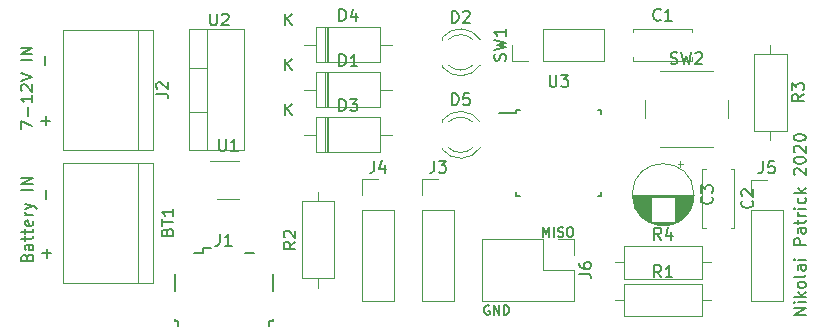
<source format=gbr>
%TF.GenerationSoftware,KiCad,Pcbnew,(5.1.5)-3*%
%TF.CreationDate,2020-09-12T07:11:48+09:30*%
%TF.ProjectId,robotcontrol,726f626f-7463-46f6-9e74-726f6c2e6b69,rev?*%
%TF.SameCoordinates,Original*%
%TF.FileFunction,Legend,Top*%
%TF.FilePolarity,Positive*%
%FSLAX46Y46*%
G04 Gerber Fmt 4.6, Leading zero omitted, Abs format (unit mm)*
G04 Created by KiCad (PCBNEW (5.1.5)-3) date 2020-09-12 07:11:48*
%MOMM*%
%LPD*%
G04 APERTURE LIST*
%ADD10C,0.150000*%
%ADD11C,0.140000*%
%ADD12C,0.120000*%
G04 APERTURE END LIST*
D10*
X91178071Y-89852547D02*
X91178071Y-90614452D01*
X90868547Y-95321428D02*
X91630452Y-95321428D01*
X91249500Y-95702380D02*
X91249500Y-94940476D01*
X91241571Y-101155547D02*
X91241571Y-101917452D01*
X90932047Y-106560928D02*
X91693952Y-106560928D01*
X91313000Y-106941880D02*
X91313000Y-106179976D01*
X89114380Y-95995690D02*
X89114380Y-95329023D01*
X90114380Y-95757595D01*
X89733428Y-94948071D02*
X89733428Y-94186166D01*
X90114380Y-93186166D02*
X90114380Y-93757595D01*
X90114380Y-93471880D02*
X89114380Y-93471880D01*
X89257238Y-93567119D01*
X89352476Y-93662357D01*
X89400095Y-93757595D01*
X89209619Y-92805214D02*
X89162000Y-92757595D01*
X89114380Y-92662357D01*
X89114380Y-92424261D01*
X89162000Y-92329023D01*
X89209619Y-92281404D01*
X89304857Y-92233785D01*
X89400095Y-92233785D01*
X89542952Y-92281404D01*
X90114380Y-92852833D01*
X90114380Y-92233785D01*
X89114380Y-91948071D02*
X90114380Y-91614738D01*
X89114380Y-91281404D01*
X90114380Y-90186166D02*
X89114380Y-90186166D01*
X90114380Y-89709976D02*
X89114380Y-89709976D01*
X90114380Y-89138547D01*
X89114380Y-89138547D01*
X89654071Y-106909785D02*
X89701690Y-106766928D01*
X89749309Y-106719309D01*
X89844547Y-106671690D01*
X89987404Y-106671690D01*
X90082642Y-106719309D01*
X90130261Y-106766928D01*
X90177880Y-106862166D01*
X90177880Y-107243119D01*
X89177880Y-107243119D01*
X89177880Y-106909785D01*
X89225500Y-106814547D01*
X89273119Y-106766928D01*
X89368357Y-106719309D01*
X89463595Y-106719309D01*
X89558833Y-106766928D01*
X89606452Y-106814547D01*
X89654071Y-106909785D01*
X89654071Y-107243119D01*
X90177880Y-105814547D02*
X89654071Y-105814547D01*
X89558833Y-105862166D01*
X89511214Y-105957404D01*
X89511214Y-106147880D01*
X89558833Y-106243119D01*
X90130261Y-105814547D02*
X90177880Y-105909785D01*
X90177880Y-106147880D01*
X90130261Y-106243119D01*
X90035023Y-106290738D01*
X89939785Y-106290738D01*
X89844547Y-106243119D01*
X89796928Y-106147880D01*
X89796928Y-105909785D01*
X89749309Y-105814547D01*
X89511214Y-105481214D02*
X89511214Y-105100261D01*
X89177880Y-105338357D02*
X90035023Y-105338357D01*
X90130261Y-105290738D01*
X90177880Y-105195500D01*
X90177880Y-105100261D01*
X89511214Y-104909785D02*
X89511214Y-104528833D01*
X89177880Y-104766928D02*
X90035023Y-104766928D01*
X90130261Y-104719309D01*
X90177880Y-104624071D01*
X90177880Y-104528833D01*
X90130261Y-103814547D02*
X90177880Y-103909785D01*
X90177880Y-104100261D01*
X90130261Y-104195500D01*
X90035023Y-104243119D01*
X89654071Y-104243119D01*
X89558833Y-104195500D01*
X89511214Y-104100261D01*
X89511214Y-103909785D01*
X89558833Y-103814547D01*
X89654071Y-103766928D01*
X89749309Y-103766928D01*
X89844547Y-104243119D01*
X90177880Y-103338357D02*
X89511214Y-103338357D01*
X89701690Y-103338357D02*
X89606452Y-103290738D01*
X89558833Y-103243119D01*
X89511214Y-103147880D01*
X89511214Y-103052642D01*
X89511214Y-102814547D02*
X90177880Y-102576452D01*
X89511214Y-102338357D02*
X90177880Y-102576452D01*
X90415976Y-102671690D01*
X90463595Y-102719309D01*
X90511214Y-102814547D01*
X90177880Y-101195500D02*
X89177880Y-101195500D01*
X90177880Y-100719309D02*
X89177880Y-100719309D01*
X90177880Y-100147880D01*
X89177880Y-100147880D01*
X155582880Y-111759047D02*
X154582880Y-111759047D01*
X155582880Y-111187619D01*
X154582880Y-111187619D01*
X155582880Y-110711428D02*
X154916214Y-110711428D01*
X154582880Y-110711428D02*
X154630500Y-110759047D01*
X154678119Y-110711428D01*
X154630500Y-110663809D01*
X154582880Y-110711428D01*
X154678119Y-110711428D01*
X155582880Y-110235238D02*
X154582880Y-110235238D01*
X155201928Y-110140000D02*
X155582880Y-109854285D01*
X154916214Y-109854285D02*
X155297166Y-110235238D01*
X155582880Y-109282857D02*
X155535261Y-109378095D01*
X155487642Y-109425714D01*
X155392404Y-109473333D01*
X155106690Y-109473333D01*
X155011452Y-109425714D01*
X154963833Y-109378095D01*
X154916214Y-109282857D01*
X154916214Y-109140000D01*
X154963833Y-109044761D01*
X155011452Y-108997142D01*
X155106690Y-108949523D01*
X155392404Y-108949523D01*
X155487642Y-108997142D01*
X155535261Y-109044761D01*
X155582880Y-109140000D01*
X155582880Y-109282857D01*
X155582880Y-108378095D02*
X155535261Y-108473333D01*
X155440023Y-108520952D01*
X154582880Y-108520952D01*
X155582880Y-107568571D02*
X155059071Y-107568571D01*
X154963833Y-107616190D01*
X154916214Y-107711428D01*
X154916214Y-107901904D01*
X154963833Y-107997142D01*
X155535261Y-107568571D02*
X155582880Y-107663809D01*
X155582880Y-107901904D01*
X155535261Y-107997142D01*
X155440023Y-108044761D01*
X155344785Y-108044761D01*
X155249547Y-107997142D01*
X155201928Y-107901904D01*
X155201928Y-107663809D01*
X155154309Y-107568571D01*
X155582880Y-107092380D02*
X154916214Y-107092380D01*
X154582880Y-107092380D02*
X154630500Y-107140000D01*
X154678119Y-107092380D01*
X154630500Y-107044761D01*
X154582880Y-107092380D01*
X154678119Y-107092380D01*
X155582880Y-105854285D02*
X154582880Y-105854285D01*
X154582880Y-105473333D01*
X154630500Y-105378095D01*
X154678119Y-105330476D01*
X154773357Y-105282857D01*
X154916214Y-105282857D01*
X155011452Y-105330476D01*
X155059071Y-105378095D01*
X155106690Y-105473333D01*
X155106690Y-105854285D01*
X155582880Y-104425714D02*
X155059071Y-104425714D01*
X154963833Y-104473333D01*
X154916214Y-104568571D01*
X154916214Y-104759047D01*
X154963833Y-104854285D01*
X155535261Y-104425714D02*
X155582880Y-104520952D01*
X155582880Y-104759047D01*
X155535261Y-104854285D01*
X155440023Y-104901904D01*
X155344785Y-104901904D01*
X155249547Y-104854285D01*
X155201928Y-104759047D01*
X155201928Y-104520952D01*
X155154309Y-104425714D01*
X154916214Y-104092380D02*
X154916214Y-103711428D01*
X154582880Y-103949523D02*
X155440023Y-103949523D01*
X155535261Y-103901904D01*
X155582880Y-103806666D01*
X155582880Y-103711428D01*
X155582880Y-103378095D02*
X154916214Y-103378095D01*
X155106690Y-103378095D02*
X155011452Y-103330476D01*
X154963833Y-103282857D01*
X154916214Y-103187619D01*
X154916214Y-103092380D01*
X155582880Y-102759047D02*
X154916214Y-102759047D01*
X154582880Y-102759047D02*
X154630500Y-102806666D01*
X154678119Y-102759047D01*
X154630500Y-102711428D01*
X154582880Y-102759047D01*
X154678119Y-102759047D01*
X155535261Y-101854285D02*
X155582880Y-101949523D01*
X155582880Y-102140000D01*
X155535261Y-102235238D01*
X155487642Y-102282857D01*
X155392404Y-102330476D01*
X155106690Y-102330476D01*
X155011452Y-102282857D01*
X154963833Y-102235238D01*
X154916214Y-102140000D01*
X154916214Y-101949523D01*
X154963833Y-101854285D01*
X155582880Y-101425714D02*
X154582880Y-101425714D01*
X155201928Y-101330476D02*
X155582880Y-101044761D01*
X154916214Y-101044761D02*
X155297166Y-101425714D01*
X154678119Y-99901904D02*
X154630500Y-99854285D01*
X154582880Y-99759047D01*
X154582880Y-99520952D01*
X154630500Y-99425714D01*
X154678119Y-99378095D01*
X154773357Y-99330476D01*
X154868595Y-99330476D01*
X155011452Y-99378095D01*
X155582880Y-99949523D01*
X155582880Y-99330476D01*
X154582880Y-98711428D02*
X154582880Y-98616190D01*
X154630500Y-98520952D01*
X154678119Y-98473333D01*
X154773357Y-98425714D01*
X154963833Y-98378095D01*
X155201928Y-98378095D01*
X155392404Y-98425714D01*
X155487642Y-98473333D01*
X155535261Y-98520952D01*
X155582880Y-98616190D01*
X155582880Y-98711428D01*
X155535261Y-98806666D01*
X155487642Y-98854285D01*
X155392404Y-98901904D01*
X155201928Y-98949523D01*
X154963833Y-98949523D01*
X154773357Y-98901904D01*
X154678119Y-98854285D01*
X154630500Y-98806666D01*
X154582880Y-98711428D01*
X154678119Y-97997142D02*
X154630500Y-97949523D01*
X154582880Y-97854285D01*
X154582880Y-97616190D01*
X154630500Y-97520952D01*
X154678119Y-97473333D01*
X154773357Y-97425714D01*
X154868595Y-97425714D01*
X155011452Y-97473333D01*
X155582880Y-98044761D01*
X155582880Y-97425714D01*
X154582880Y-96806666D02*
X154582880Y-96711428D01*
X154630500Y-96616190D01*
X154678119Y-96568571D01*
X154773357Y-96520952D01*
X154963833Y-96473333D01*
X155201928Y-96473333D01*
X155392404Y-96520952D01*
X155487642Y-96568571D01*
X155535261Y-96616190D01*
X155582880Y-96711428D01*
X155582880Y-96806666D01*
X155535261Y-96901904D01*
X155487642Y-96949523D01*
X155392404Y-96997142D01*
X155201928Y-97044761D01*
X154963833Y-97044761D01*
X154773357Y-96997142D01*
X154678119Y-96949523D01*
X154630500Y-96901904D01*
X154582880Y-96806666D01*
D11*
X133362857Y-105136904D02*
X133362857Y-104336904D01*
X133629523Y-104908333D01*
X133896190Y-104336904D01*
X133896190Y-105136904D01*
X134277142Y-105136904D02*
X134277142Y-104336904D01*
X134620000Y-105098809D02*
X134734285Y-105136904D01*
X134924761Y-105136904D01*
X135000952Y-105098809D01*
X135039047Y-105060714D01*
X135077142Y-104984523D01*
X135077142Y-104908333D01*
X135039047Y-104832142D01*
X135000952Y-104794047D01*
X134924761Y-104755952D01*
X134772380Y-104717857D01*
X134696190Y-104679761D01*
X134658095Y-104641666D01*
X134620000Y-104565476D01*
X134620000Y-104489285D01*
X134658095Y-104413095D01*
X134696190Y-104375000D01*
X134772380Y-104336904D01*
X134962857Y-104336904D01*
X135077142Y-104375000D01*
X135572380Y-104336904D02*
X135724761Y-104336904D01*
X135800952Y-104375000D01*
X135877142Y-104451190D01*
X135915238Y-104603571D01*
X135915238Y-104870238D01*
X135877142Y-105022619D01*
X135800952Y-105098809D01*
X135724761Y-105136904D01*
X135572380Y-105136904D01*
X135496190Y-105098809D01*
X135420000Y-105022619D01*
X135381904Y-104870238D01*
X135381904Y-104603571D01*
X135420000Y-104451190D01*
X135496190Y-104375000D01*
X135572380Y-104336904D01*
X128803476Y-110979000D02*
X128727285Y-110940904D01*
X128613000Y-110940904D01*
X128498714Y-110979000D01*
X128422523Y-111055190D01*
X128384428Y-111131380D01*
X128346333Y-111283761D01*
X128346333Y-111398047D01*
X128384428Y-111550428D01*
X128422523Y-111626619D01*
X128498714Y-111702809D01*
X128613000Y-111740904D01*
X128689190Y-111740904D01*
X128803476Y-111702809D01*
X128841571Y-111664714D01*
X128841571Y-111398047D01*
X128689190Y-111398047D01*
X129184428Y-111740904D02*
X129184428Y-110940904D01*
X129641571Y-111740904D01*
X129641571Y-110940904D01*
X130022523Y-111740904D02*
X130022523Y-110940904D01*
X130213000Y-110940904D01*
X130327285Y-110979000D01*
X130403476Y-111055190D01*
X130441571Y-111131380D01*
X130479666Y-111283761D01*
X130479666Y-111398047D01*
X130441571Y-111550428D01*
X130403476Y-111626619D01*
X130327285Y-111702809D01*
X130213000Y-111740904D01*
X130022523Y-111740904D01*
D12*
%TO.C,BT1*%
X99060000Y-98869500D02*
X99060000Y-109029500D01*
X100330000Y-98869500D02*
X92710000Y-98869500D01*
X92710000Y-98869500D02*
X92710000Y-109029500D01*
X92710000Y-109029500D02*
X100330000Y-109029500D01*
X100330000Y-109029500D02*
X100330000Y-98869500D01*
D10*
%TO.C,U3*%
X131045800Y-94419000D02*
X131045800Y-94644000D01*
X138295800Y-94419000D02*
X138295800Y-94744000D01*
X138295800Y-101669000D02*
X138295800Y-101344000D01*
X131045800Y-101669000D02*
X131045800Y-101344000D01*
X131045800Y-94419000D02*
X131370800Y-94419000D01*
X131045800Y-101669000D02*
X131370800Y-101669000D01*
X138295800Y-101669000D02*
X137970800Y-101669000D01*
X138295800Y-94419000D02*
X137970800Y-94419000D01*
X131045800Y-94644000D02*
X129620800Y-94644000D01*
D12*
%TO.C,J6*%
X128210000Y-105350000D02*
X128210000Y-110550000D01*
X133350000Y-105350000D02*
X128210000Y-105350000D01*
X135950000Y-110550000D02*
X128210000Y-110550000D01*
X133350000Y-105350000D02*
X133350000Y-107950000D01*
X133350000Y-107950000D02*
X135950000Y-107950000D01*
X135950000Y-107950000D02*
X135950000Y-110550000D01*
X134620000Y-105350000D02*
X135950000Y-105350000D01*
X135950000Y-105350000D02*
X135950000Y-106680000D01*
%TO.C,U2*%
X103410000Y-97830000D02*
X103410000Y-87590000D01*
X108051000Y-97830000D02*
X108051000Y-87590000D01*
X103410000Y-97830000D02*
X108051000Y-97830000D01*
X103410000Y-87590000D02*
X108051000Y-87590000D01*
X104920000Y-97830000D02*
X104920000Y-87590000D01*
X103410000Y-94560000D02*
X104920000Y-94560000D01*
X103410000Y-90859000D02*
X104920000Y-90859000D01*
%TO.C,U1*%
X105780000Y-101940000D02*
X107580000Y-101940000D01*
X107580000Y-98720000D02*
X105130000Y-98720000D01*
%TO.C,SW2*%
X143240000Y-97575000D02*
X147740000Y-97575000D01*
X141990000Y-93575000D02*
X141990000Y-95075000D01*
X147740000Y-91075000D02*
X143240000Y-91075000D01*
X148990000Y-95075000D02*
X148990000Y-93575000D01*
%TO.C,SW1*%
X138490000Y-90230000D02*
X138490000Y-87570000D01*
X133350000Y-90230000D02*
X138490000Y-90230000D01*
X133350000Y-87570000D02*
X138490000Y-87570000D01*
X133350000Y-90230000D02*
X133350000Y-87570000D01*
X132080000Y-90230000D02*
X130750000Y-90230000D01*
X130750000Y-90230000D02*
X130750000Y-88900000D01*
%TO.C,R4*%
X140240000Y-105945000D02*
X140240000Y-108685000D01*
X140240000Y-108685000D02*
X146780000Y-108685000D01*
X146780000Y-108685000D02*
X146780000Y-105945000D01*
X146780000Y-105945000D02*
X140240000Y-105945000D01*
X139470000Y-107315000D02*
X140240000Y-107315000D01*
X147550000Y-107315000D02*
X146780000Y-107315000D01*
%TO.C,R3*%
X153973200Y-89643200D02*
X151233200Y-89643200D01*
X151233200Y-89643200D02*
X151233200Y-96183200D01*
X151233200Y-96183200D02*
X153973200Y-96183200D01*
X153973200Y-96183200D02*
X153973200Y-89643200D01*
X152603200Y-88873200D02*
X152603200Y-89643200D01*
X152603200Y-96953200D02*
X152603200Y-96183200D01*
%TO.C,R2*%
X112930000Y-108680000D02*
X115670000Y-108680000D01*
X115670000Y-108680000D02*
X115670000Y-102140000D01*
X115670000Y-102140000D02*
X112930000Y-102140000D01*
X112930000Y-102140000D02*
X112930000Y-108680000D01*
X114300000Y-109450000D02*
X114300000Y-108680000D01*
X114300000Y-101370000D02*
X114300000Y-102140000D01*
%TO.C,R1*%
X140240000Y-109120000D02*
X140240000Y-111860000D01*
X140240000Y-111860000D02*
X146780000Y-111860000D01*
X146780000Y-111860000D02*
X146780000Y-109120000D01*
X146780000Y-109120000D02*
X140240000Y-109120000D01*
X139470000Y-110490000D02*
X140240000Y-110490000D01*
X147550000Y-110490000D02*
X146780000Y-110490000D01*
%TO.C,J5*%
X150968400Y-110600800D02*
X153628400Y-110600800D01*
X150968400Y-102920800D02*
X150968400Y-110600800D01*
X153628400Y-102920800D02*
X153628400Y-110600800D01*
X150968400Y-102920800D02*
X153628400Y-102920800D01*
X150968400Y-101650800D02*
X150968400Y-100320800D01*
X150968400Y-100320800D02*
X152298400Y-100320800D01*
%TO.C,J4*%
X118050000Y-110550000D02*
X120710000Y-110550000D01*
X118050000Y-102870000D02*
X118050000Y-110550000D01*
X120710000Y-102870000D02*
X120710000Y-110550000D01*
X118050000Y-102870000D02*
X120710000Y-102870000D01*
X118050000Y-101600000D02*
X118050000Y-100270000D01*
X118050000Y-100270000D02*
X119380000Y-100270000D01*
%TO.C,J3*%
X123130000Y-110550000D02*
X125790000Y-110550000D01*
X123130000Y-102870000D02*
X123130000Y-110550000D01*
X125790000Y-102870000D02*
X125790000Y-110550000D01*
X123130000Y-102870000D02*
X125790000Y-102870000D01*
X123130000Y-101600000D02*
X123130000Y-100270000D01*
X123130000Y-100270000D02*
X124460000Y-100270000D01*
%TO.C,J2*%
X99060000Y-87630000D02*
X99060000Y-97790000D01*
X100330000Y-87630000D02*
X92710000Y-87630000D01*
X92710000Y-87630000D02*
X92710000Y-97790000D01*
X92710000Y-97790000D02*
X100330000Y-97790000D01*
X100330000Y-97790000D02*
X100330000Y-87630000D01*
D10*
%TO.C,J1*%
X102174400Y-108316000D02*
X102174400Y-109716000D01*
X102174400Y-112116000D02*
X102174400Y-112266000D01*
X102174400Y-112266000D02*
X102474400Y-112266000D01*
X102474400Y-112266000D02*
X102474400Y-112716000D01*
X110174400Y-112716000D02*
X110174400Y-112266000D01*
X110174400Y-112266000D02*
X110474400Y-112266000D01*
X110474400Y-112266000D02*
X110474400Y-112116000D01*
X110474400Y-109716000D02*
X110474400Y-108316000D01*
X105249400Y-106141000D02*
X104524400Y-106141000D01*
X104524400Y-106141000D02*
X104524400Y-106566000D01*
X104524400Y-106566000D02*
X103799400Y-106566000D01*
X108124400Y-106566000D02*
X108849400Y-106566000D01*
D12*
%TO.C,D5*%
X124805000Y-95284000D02*
X124805000Y-95440000D01*
X124805000Y-97600000D02*
X124805000Y-97756000D01*
X127406130Y-97599837D02*
G75*
G02X125324039Y-97600000I-1041130J1079837D01*
G01*
X127406130Y-95440163D02*
G75*
G03X125324039Y-95440000I-1041130J-1079837D01*
G01*
X128037335Y-97598608D02*
G75*
G02X124805000Y-97755516I-1672335J1078608D01*
G01*
X128037335Y-95441392D02*
G75*
G03X124805000Y-95284484I-1672335J-1078608D01*
G01*
%TO.C,D4*%
X114120000Y-87430000D02*
X114120000Y-90370000D01*
X114120000Y-90370000D02*
X119560000Y-90370000D01*
X119560000Y-90370000D02*
X119560000Y-87430000D01*
X119560000Y-87430000D02*
X114120000Y-87430000D01*
X113100000Y-88900000D02*
X114120000Y-88900000D01*
X120580000Y-88900000D02*
X119560000Y-88900000D01*
X115020000Y-87430000D02*
X115020000Y-90370000D01*
X115140000Y-87430000D02*
X115140000Y-90370000D01*
X114900000Y-87430000D02*
X114900000Y-90370000D01*
%TO.C,D3*%
X114120000Y-95050000D02*
X114120000Y-97990000D01*
X114120000Y-97990000D02*
X119560000Y-97990000D01*
X119560000Y-97990000D02*
X119560000Y-95050000D01*
X119560000Y-95050000D02*
X114120000Y-95050000D01*
X113100000Y-96520000D02*
X114120000Y-96520000D01*
X120580000Y-96520000D02*
X119560000Y-96520000D01*
X115020000Y-95050000D02*
X115020000Y-97990000D01*
X115140000Y-95050000D02*
X115140000Y-97990000D01*
X114900000Y-95050000D02*
X114900000Y-97990000D01*
%TO.C,D2*%
X124805000Y-88299000D02*
X124805000Y-88455000D01*
X124805000Y-90615000D02*
X124805000Y-90771000D01*
X127406130Y-90614837D02*
G75*
G02X125324039Y-90615000I-1041130J1079837D01*
G01*
X127406130Y-88455163D02*
G75*
G03X125324039Y-88455000I-1041130J-1079837D01*
G01*
X128037335Y-90613608D02*
G75*
G02X124805000Y-90770516I-1672335J1078608D01*
G01*
X128037335Y-88456392D02*
G75*
G03X124805000Y-88299484I-1672335J-1078608D01*
G01*
%TO.C,D1*%
X114120000Y-91240000D02*
X114120000Y-94180000D01*
X114120000Y-94180000D02*
X119560000Y-94180000D01*
X119560000Y-94180000D02*
X119560000Y-91240000D01*
X119560000Y-91240000D02*
X114120000Y-91240000D01*
X113100000Y-92710000D02*
X114120000Y-92710000D01*
X120580000Y-92710000D02*
X119560000Y-92710000D01*
X115020000Y-91240000D02*
X115020000Y-94180000D01*
X115140000Y-91240000D02*
X115140000Y-94180000D01*
X114900000Y-91240000D02*
X114900000Y-94180000D01*
%TO.C,C3*%
X146130000Y-101580000D02*
G75*
G03X146130000Y-101580000I-2620000J0D01*
G01*
X146090000Y-101580000D02*
X140930000Y-101580000D01*
X146090000Y-101620000D02*
X140930000Y-101620000D01*
X146089000Y-101660000D02*
X140931000Y-101660000D01*
X146088000Y-101700000D02*
X140932000Y-101700000D01*
X146086000Y-101740000D02*
X140934000Y-101740000D01*
X146083000Y-101780000D02*
X140937000Y-101780000D01*
X146079000Y-101820000D02*
X144550000Y-101820000D01*
X142470000Y-101820000D02*
X140941000Y-101820000D01*
X146075000Y-101860000D02*
X144550000Y-101860000D01*
X142470000Y-101860000D02*
X140945000Y-101860000D01*
X146071000Y-101900000D02*
X144550000Y-101900000D01*
X142470000Y-101900000D02*
X140949000Y-101900000D01*
X146066000Y-101940000D02*
X144550000Y-101940000D01*
X142470000Y-101940000D02*
X140954000Y-101940000D01*
X146060000Y-101980000D02*
X144550000Y-101980000D01*
X142470000Y-101980000D02*
X140960000Y-101980000D01*
X146053000Y-102020000D02*
X144550000Y-102020000D01*
X142470000Y-102020000D02*
X140967000Y-102020000D01*
X146046000Y-102060000D02*
X144550000Y-102060000D01*
X142470000Y-102060000D02*
X140974000Y-102060000D01*
X146038000Y-102100000D02*
X144550000Y-102100000D01*
X142470000Y-102100000D02*
X140982000Y-102100000D01*
X146030000Y-102140000D02*
X144550000Y-102140000D01*
X142470000Y-102140000D02*
X140990000Y-102140000D01*
X146021000Y-102180000D02*
X144550000Y-102180000D01*
X142470000Y-102180000D02*
X140999000Y-102180000D01*
X146011000Y-102220000D02*
X144550000Y-102220000D01*
X142470000Y-102220000D02*
X141009000Y-102220000D01*
X146001000Y-102260000D02*
X144550000Y-102260000D01*
X142470000Y-102260000D02*
X141019000Y-102260000D01*
X145990000Y-102301000D02*
X144550000Y-102301000D01*
X142470000Y-102301000D02*
X141030000Y-102301000D01*
X145978000Y-102341000D02*
X144550000Y-102341000D01*
X142470000Y-102341000D02*
X141042000Y-102341000D01*
X145965000Y-102381000D02*
X144550000Y-102381000D01*
X142470000Y-102381000D02*
X141055000Y-102381000D01*
X145952000Y-102421000D02*
X144550000Y-102421000D01*
X142470000Y-102421000D02*
X141068000Y-102421000D01*
X145938000Y-102461000D02*
X144550000Y-102461000D01*
X142470000Y-102461000D02*
X141082000Y-102461000D01*
X145924000Y-102501000D02*
X144550000Y-102501000D01*
X142470000Y-102501000D02*
X141096000Y-102501000D01*
X145908000Y-102541000D02*
X144550000Y-102541000D01*
X142470000Y-102541000D02*
X141112000Y-102541000D01*
X145892000Y-102581000D02*
X144550000Y-102581000D01*
X142470000Y-102581000D02*
X141128000Y-102581000D01*
X145875000Y-102621000D02*
X144550000Y-102621000D01*
X142470000Y-102621000D02*
X141145000Y-102621000D01*
X145858000Y-102661000D02*
X144550000Y-102661000D01*
X142470000Y-102661000D02*
X141162000Y-102661000D01*
X145839000Y-102701000D02*
X144550000Y-102701000D01*
X142470000Y-102701000D02*
X141181000Y-102701000D01*
X145820000Y-102741000D02*
X144550000Y-102741000D01*
X142470000Y-102741000D02*
X141200000Y-102741000D01*
X145800000Y-102781000D02*
X144550000Y-102781000D01*
X142470000Y-102781000D02*
X141220000Y-102781000D01*
X145778000Y-102821000D02*
X144550000Y-102821000D01*
X142470000Y-102821000D02*
X141242000Y-102821000D01*
X145757000Y-102861000D02*
X144550000Y-102861000D01*
X142470000Y-102861000D02*
X141263000Y-102861000D01*
X145734000Y-102901000D02*
X144550000Y-102901000D01*
X142470000Y-102901000D02*
X141286000Y-102901000D01*
X145710000Y-102941000D02*
X144550000Y-102941000D01*
X142470000Y-102941000D02*
X141310000Y-102941000D01*
X145685000Y-102981000D02*
X144550000Y-102981000D01*
X142470000Y-102981000D02*
X141335000Y-102981000D01*
X145659000Y-103021000D02*
X144550000Y-103021000D01*
X142470000Y-103021000D02*
X141361000Y-103021000D01*
X145632000Y-103061000D02*
X144550000Y-103061000D01*
X142470000Y-103061000D02*
X141388000Y-103061000D01*
X145605000Y-103101000D02*
X144550000Y-103101000D01*
X142470000Y-103101000D02*
X141415000Y-103101000D01*
X145575000Y-103141000D02*
X144550000Y-103141000D01*
X142470000Y-103141000D02*
X141445000Y-103141000D01*
X145545000Y-103181000D02*
X144550000Y-103181000D01*
X142470000Y-103181000D02*
X141475000Y-103181000D01*
X145514000Y-103221000D02*
X144550000Y-103221000D01*
X142470000Y-103221000D02*
X141506000Y-103221000D01*
X145481000Y-103261000D02*
X144550000Y-103261000D01*
X142470000Y-103261000D02*
X141539000Y-103261000D01*
X145447000Y-103301000D02*
X144550000Y-103301000D01*
X142470000Y-103301000D02*
X141573000Y-103301000D01*
X145411000Y-103341000D02*
X144550000Y-103341000D01*
X142470000Y-103341000D02*
X141609000Y-103341000D01*
X145374000Y-103381000D02*
X144550000Y-103381000D01*
X142470000Y-103381000D02*
X141646000Y-103381000D01*
X145336000Y-103421000D02*
X144550000Y-103421000D01*
X142470000Y-103421000D02*
X141684000Y-103421000D01*
X145295000Y-103461000D02*
X144550000Y-103461000D01*
X142470000Y-103461000D02*
X141725000Y-103461000D01*
X145253000Y-103501000D02*
X144550000Y-103501000D01*
X142470000Y-103501000D02*
X141767000Y-103501000D01*
X145209000Y-103541000D02*
X144550000Y-103541000D01*
X142470000Y-103541000D02*
X141811000Y-103541000D01*
X145163000Y-103581000D02*
X144550000Y-103581000D01*
X142470000Y-103581000D02*
X141857000Y-103581000D01*
X145115000Y-103621000D02*
X144550000Y-103621000D01*
X142470000Y-103621000D02*
X141905000Y-103621000D01*
X145064000Y-103661000D02*
X144550000Y-103661000D01*
X142470000Y-103661000D02*
X141956000Y-103661000D01*
X145010000Y-103701000D02*
X144550000Y-103701000D01*
X142470000Y-103701000D02*
X142010000Y-103701000D01*
X144953000Y-103741000D02*
X144550000Y-103741000D01*
X142470000Y-103741000D02*
X142067000Y-103741000D01*
X144893000Y-103781000D02*
X144550000Y-103781000D01*
X142470000Y-103781000D02*
X142127000Y-103781000D01*
X144829000Y-103821000D02*
X144550000Y-103821000D01*
X142470000Y-103821000D02*
X142191000Y-103821000D01*
X144761000Y-103861000D02*
X144550000Y-103861000D01*
X142470000Y-103861000D02*
X142259000Y-103861000D01*
X144688000Y-103901000D02*
X142332000Y-103901000D01*
X144608000Y-103941000D02*
X142412000Y-103941000D01*
X144521000Y-103981000D02*
X142499000Y-103981000D01*
X144425000Y-104021000D02*
X142595000Y-104021000D01*
X144315000Y-104061000D02*
X142705000Y-104061000D01*
X144187000Y-104101000D02*
X142833000Y-104101000D01*
X144028000Y-104141000D02*
X142992000Y-104141000D01*
X143794000Y-104181000D02*
X143226000Y-104181000D01*
X144985000Y-98775225D02*
X144985000Y-99275225D01*
X145235000Y-99025225D02*
X144735000Y-99025225D01*
%TO.C,C2*%
X149553600Y-99445600D02*
X149553600Y-104385600D01*
X146813600Y-99445600D02*
X146813600Y-104385600D01*
X149553600Y-99445600D02*
X149238600Y-99445600D01*
X147128600Y-99445600D02*
X146813600Y-99445600D01*
X149553600Y-104385600D02*
X149238600Y-104385600D01*
X147128600Y-104385600D02*
X146813600Y-104385600D01*
%TO.C,C1*%
X141000000Y-87530000D02*
X145940000Y-87530000D01*
X141000000Y-90270000D02*
X145940000Y-90270000D01*
X141000000Y-87530000D02*
X141000000Y-87845000D01*
X141000000Y-89955000D02*
X141000000Y-90270000D01*
X145940000Y-87530000D02*
X145940000Y-87845000D01*
X145940000Y-89955000D02*
X145940000Y-90270000D01*
%TO.C,BT1*%
D10*
X101528571Y-104735214D02*
X101576190Y-104592357D01*
X101623809Y-104544738D01*
X101719047Y-104497119D01*
X101861904Y-104497119D01*
X101957142Y-104544738D01*
X102004761Y-104592357D01*
X102052380Y-104687595D01*
X102052380Y-105068547D01*
X101052380Y-105068547D01*
X101052380Y-104735214D01*
X101100000Y-104639976D01*
X101147619Y-104592357D01*
X101242857Y-104544738D01*
X101338095Y-104544738D01*
X101433333Y-104592357D01*
X101480952Y-104639976D01*
X101528571Y-104735214D01*
X101528571Y-105068547D01*
X101052380Y-104211404D02*
X101052380Y-103639976D01*
X102052380Y-103925690D02*
X101052380Y-103925690D01*
X102052380Y-102782833D02*
X102052380Y-103354261D01*
X102052380Y-103068547D02*
X101052380Y-103068547D01*
X101195238Y-103163785D01*
X101290476Y-103259023D01*
X101338095Y-103354261D01*
%TO.C,U3*%
X133908895Y-91446380D02*
X133908895Y-92255904D01*
X133956514Y-92351142D01*
X134004133Y-92398761D01*
X134099371Y-92446380D01*
X134289847Y-92446380D01*
X134385085Y-92398761D01*
X134432704Y-92351142D01*
X134480323Y-92255904D01*
X134480323Y-91446380D01*
X134861276Y-91446380D02*
X135480323Y-91446380D01*
X135146990Y-91827333D01*
X135289847Y-91827333D01*
X135385085Y-91874952D01*
X135432704Y-91922571D01*
X135480323Y-92017809D01*
X135480323Y-92255904D01*
X135432704Y-92351142D01*
X135385085Y-92398761D01*
X135289847Y-92446380D01*
X135004133Y-92446380D01*
X134908895Y-92398761D01*
X134861276Y-92351142D01*
%TO.C,J6*%
X136402380Y-108283333D02*
X137116666Y-108283333D01*
X137259523Y-108330952D01*
X137354761Y-108426190D01*
X137402380Y-108569047D01*
X137402380Y-108664285D01*
X136402380Y-107378571D02*
X136402380Y-107569047D01*
X136450000Y-107664285D01*
X136497619Y-107711904D01*
X136640476Y-107807142D01*
X136830952Y-107854761D01*
X137211904Y-107854761D01*
X137307142Y-107807142D01*
X137354761Y-107759523D01*
X137402380Y-107664285D01*
X137402380Y-107473809D01*
X137354761Y-107378571D01*
X137307142Y-107330952D01*
X137211904Y-107283333D01*
X136973809Y-107283333D01*
X136878571Y-107330952D01*
X136830952Y-107378571D01*
X136783333Y-107473809D01*
X136783333Y-107664285D01*
X136830952Y-107759523D01*
X136878571Y-107807142D01*
X136973809Y-107854761D01*
%TO.C,U2*%
X105156095Y-86256880D02*
X105156095Y-87066404D01*
X105203714Y-87161642D01*
X105251333Y-87209261D01*
X105346571Y-87256880D01*
X105537047Y-87256880D01*
X105632285Y-87209261D01*
X105679904Y-87161642D01*
X105727523Y-87066404D01*
X105727523Y-86256880D01*
X106156095Y-86352119D02*
X106203714Y-86304500D01*
X106298952Y-86256880D01*
X106537047Y-86256880D01*
X106632285Y-86304500D01*
X106679904Y-86352119D01*
X106727523Y-86447357D01*
X106727523Y-86542595D01*
X106679904Y-86685452D01*
X106108476Y-87256880D01*
X106727523Y-87256880D01*
%TO.C,U1*%
X105918095Y-96882380D02*
X105918095Y-97691904D01*
X105965714Y-97787142D01*
X106013333Y-97834761D01*
X106108571Y-97882380D01*
X106299047Y-97882380D01*
X106394285Y-97834761D01*
X106441904Y-97787142D01*
X106489523Y-97691904D01*
X106489523Y-96882380D01*
X107489523Y-97882380D02*
X106918095Y-97882380D01*
X107203809Y-97882380D02*
X107203809Y-96882380D01*
X107108571Y-97025238D01*
X107013333Y-97120476D01*
X106918095Y-97168095D01*
%TO.C,SW2*%
X144156666Y-90479761D02*
X144299523Y-90527380D01*
X144537619Y-90527380D01*
X144632857Y-90479761D01*
X144680476Y-90432142D01*
X144728095Y-90336904D01*
X144728095Y-90241666D01*
X144680476Y-90146428D01*
X144632857Y-90098809D01*
X144537619Y-90051190D01*
X144347142Y-90003571D01*
X144251904Y-89955952D01*
X144204285Y-89908333D01*
X144156666Y-89813095D01*
X144156666Y-89717857D01*
X144204285Y-89622619D01*
X144251904Y-89575000D01*
X144347142Y-89527380D01*
X144585238Y-89527380D01*
X144728095Y-89575000D01*
X145061428Y-89527380D02*
X145299523Y-90527380D01*
X145490000Y-89813095D01*
X145680476Y-90527380D01*
X145918571Y-89527380D01*
X146251904Y-89622619D02*
X146299523Y-89575000D01*
X146394761Y-89527380D01*
X146632857Y-89527380D01*
X146728095Y-89575000D01*
X146775714Y-89622619D01*
X146823333Y-89717857D01*
X146823333Y-89813095D01*
X146775714Y-89955952D01*
X146204285Y-90527380D01*
X146823333Y-90527380D01*
%TO.C,SW1*%
X130154761Y-90233333D02*
X130202380Y-90090476D01*
X130202380Y-89852380D01*
X130154761Y-89757142D01*
X130107142Y-89709523D01*
X130011904Y-89661904D01*
X129916666Y-89661904D01*
X129821428Y-89709523D01*
X129773809Y-89757142D01*
X129726190Y-89852380D01*
X129678571Y-90042857D01*
X129630952Y-90138095D01*
X129583333Y-90185714D01*
X129488095Y-90233333D01*
X129392857Y-90233333D01*
X129297619Y-90185714D01*
X129250000Y-90138095D01*
X129202380Y-90042857D01*
X129202380Y-89804761D01*
X129250000Y-89661904D01*
X129202380Y-89328571D02*
X130202380Y-89090476D01*
X129488095Y-88900000D01*
X130202380Y-88709523D01*
X129202380Y-88471428D01*
X130202380Y-87566666D02*
X130202380Y-88138095D01*
X130202380Y-87852380D02*
X129202380Y-87852380D01*
X129345238Y-87947619D01*
X129440476Y-88042857D01*
X129488095Y-88138095D01*
%TO.C,R4*%
X143343333Y-105397380D02*
X143010000Y-104921190D01*
X142771904Y-105397380D02*
X142771904Y-104397380D01*
X143152857Y-104397380D01*
X143248095Y-104445000D01*
X143295714Y-104492619D01*
X143343333Y-104587857D01*
X143343333Y-104730714D01*
X143295714Y-104825952D01*
X143248095Y-104873571D01*
X143152857Y-104921190D01*
X142771904Y-104921190D01*
X144200476Y-104730714D02*
X144200476Y-105397380D01*
X143962380Y-104349761D02*
X143724285Y-105064047D01*
X144343333Y-105064047D01*
%TO.C,R3*%
X155425580Y-93079866D02*
X154949390Y-93413200D01*
X155425580Y-93651295D02*
X154425580Y-93651295D01*
X154425580Y-93270342D01*
X154473200Y-93175104D01*
X154520819Y-93127485D01*
X154616057Y-93079866D01*
X154758914Y-93079866D01*
X154854152Y-93127485D01*
X154901771Y-93175104D01*
X154949390Y-93270342D01*
X154949390Y-93651295D01*
X154425580Y-92746533D02*
X154425580Y-92127485D01*
X154806533Y-92460819D01*
X154806533Y-92317961D01*
X154854152Y-92222723D01*
X154901771Y-92175104D01*
X154997009Y-92127485D01*
X155235104Y-92127485D01*
X155330342Y-92175104D01*
X155377961Y-92222723D01*
X155425580Y-92317961D01*
X155425580Y-92603676D01*
X155377961Y-92698914D01*
X155330342Y-92746533D01*
%TO.C,R2*%
X112382380Y-105576666D02*
X111906190Y-105910000D01*
X112382380Y-106148095D02*
X111382380Y-106148095D01*
X111382380Y-105767142D01*
X111430000Y-105671904D01*
X111477619Y-105624285D01*
X111572857Y-105576666D01*
X111715714Y-105576666D01*
X111810952Y-105624285D01*
X111858571Y-105671904D01*
X111906190Y-105767142D01*
X111906190Y-106148095D01*
X111477619Y-105195714D02*
X111430000Y-105148095D01*
X111382380Y-105052857D01*
X111382380Y-104814761D01*
X111430000Y-104719523D01*
X111477619Y-104671904D01*
X111572857Y-104624285D01*
X111668095Y-104624285D01*
X111810952Y-104671904D01*
X112382380Y-105243333D01*
X112382380Y-104624285D01*
%TO.C,R1*%
X143343333Y-108572380D02*
X143010000Y-108096190D01*
X142771904Y-108572380D02*
X142771904Y-107572380D01*
X143152857Y-107572380D01*
X143248095Y-107620000D01*
X143295714Y-107667619D01*
X143343333Y-107762857D01*
X143343333Y-107905714D01*
X143295714Y-108000952D01*
X143248095Y-108048571D01*
X143152857Y-108096190D01*
X142771904Y-108096190D01*
X144295714Y-108572380D02*
X143724285Y-108572380D01*
X144010000Y-108572380D02*
X144010000Y-107572380D01*
X143914761Y-107715238D01*
X143819523Y-107810476D01*
X143724285Y-107858095D01*
%TO.C,J5*%
X151965066Y-98773180D02*
X151965066Y-99487466D01*
X151917447Y-99630323D01*
X151822209Y-99725561D01*
X151679352Y-99773180D01*
X151584114Y-99773180D01*
X152917447Y-98773180D02*
X152441257Y-98773180D01*
X152393638Y-99249371D01*
X152441257Y-99201752D01*
X152536495Y-99154133D01*
X152774590Y-99154133D01*
X152869828Y-99201752D01*
X152917447Y-99249371D01*
X152965066Y-99344609D01*
X152965066Y-99582704D01*
X152917447Y-99677942D01*
X152869828Y-99725561D01*
X152774590Y-99773180D01*
X152536495Y-99773180D01*
X152441257Y-99725561D01*
X152393638Y-99677942D01*
%TO.C,J4*%
X119046666Y-98722380D02*
X119046666Y-99436666D01*
X118999047Y-99579523D01*
X118903809Y-99674761D01*
X118760952Y-99722380D01*
X118665714Y-99722380D01*
X119951428Y-99055714D02*
X119951428Y-99722380D01*
X119713333Y-98674761D02*
X119475238Y-99389047D01*
X120094285Y-99389047D01*
%TO.C,J3*%
X124126666Y-98722380D02*
X124126666Y-99436666D01*
X124079047Y-99579523D01*
X123983809Y-99674761D01*
X123840952Y-99722380D01*
X123745714Y-99722380D01*
X124507619Y-98722380D02*
X125126666Y-98722380D01*
X124793333Y-99103333D01*
X124936190Y-99103333D01*
X125031428Y-99150952D01*
X125079047Y-99198571D01*
X125126666Y-99293809D01*
X125126666Y-99531904D01*
X125079047Y-99627142D01*
X125031428Y-99674761D01*
X124936190Y-99722380D01*
X124650476Y-99722380D01*
X124555238Y-99674761D01*
X124507619Y-99627142D01*
%TO.C,J2*%
X100607880Y-93043333D02*
X101322166Y-93043333D01*
X101465023Y-93090952D01*
X101560261Y-93186190D01*
X101607880Y-93329047D01*
X101607880Y-93424285D01*
X100703119Y-92614761D02*
X100655500Y-92567142D01*
X100607880Y-92471904D01*
X100607880Y-92233809D01*
X100655500Y-92138571D01*
X100703119Y-92090952D01*
X100798357Y-92043333D01*
X100893595Y-92043333D01*
X101036452Y-92090952D01*
X101607880Y-92662380D01*
X101607880Y-92043333D01*
%TO.C,J1*%
X105991066Y-104918380D02*
X105991066Y-105632666D01*
X105943447Y-105775523D01*
X105848209Y-105870761D01*
X105705352Y-105918380D01*
X105610114Y-105918380D01*
X106991066Y-105918380D02*
X106419638Y-105918380D01*
X106705352Y-105918380D02*
X106705352Y-104918380D01*
X106610114Y-105061238D01*
X106514876Y-105156476D01*
X106419638Y-105204095D01*
%TO.C,D5*%
X125626904Y-94012380D02*
X125626904Y-93012380D01*
X125865000Y-93012380D01*
X126007857Y-93060000D01*
X126103095Y-93155238D01*
X126150714Y-93250476D01*
X126198333Y-93440952D01*
X126198333Y-93583809D01*
X126150714Y-93774285D01*
X126103095Y-93869523D01*
X126007857Y-93964761D01*
X125865000Y-94012380D01*
X125626904Y-94012380D01*
X127103095Y-93012380D02*
X126626904Y-93012380D01*
X126579285Y-93488571D01*
X126626904Y-93440952D01*
X126722142Y-93393333D01*
X126960238Y-93393333D01*
X127055476Y-93440952D01*
X127103095Y-93488571D01*
X127150714Y-93583809D01*
X127150714Y-93821904D01*
X127103095Y-93917142D01*
X127055476Y-93964761D01*
X126960238Y-94012380D01*
X126722142Y-94012380D01*
X126626904Y-93964761D01*
X126579285Y-93917142D01*
%TO.C,D4*%
X116101904Y-86882380D02*
X116101904Y-85882380D01*
X116340000Y-85882380D01*
X116482857Y-85930000D01*
X116578095Y-86025238D01*
X116625714Y-86120476D01*
X116673333Y-86310952D01*
X116673333Y-86453809D01*
X116625714Y-86644285D01*
X116578095Y-86739523D01*
X116482857Y-86834761D01*
X116340000Y-86882380D01*
X116101904Y-86882380D01*
X117530476Y-86215714D02*
X117530476Y-86882380D01*
X117292380Y-85834761D02*
X117054285Y-86549047D01*
X117673333Y-86549047D01*
X111498095Y-87252380D02*
X111498095Y-86252380D01*
X112069523Y-87252380D02*
X111640952Y-86680952D01*
X112069523Y-86252380D02*
X111498095Y-86823809D01*
%TO.C,D3*%
X116101904Y-94502380D02*
X116101904Y-93502380D01*
X116340000Y-93502380D01*
X116482857Y-93550000D01*
X116578095Y-93645238D01*
X116625714Y-93740476D01*
X116673333Y-93930952D01*
X116673333Y-94073809D01*
X116625714Y-94264285D01*
X116578095Y-94359523D01*
X116482857Y-94454761D01*
X116340000Y-94502380D01*
X116101904Y-94502380D01*
X117006666Y-93502380D02*
X117625714Y-93502380D01*
X117292380Y-93883333D01*
X117435238Y-93883333D01*
X117530476Y-93930952D01*
X117578095Y-93978571D01*
X117625714Y-94073809D01*
X117625714Y-94311904D01*
X117578095Y-94407142D01*
X117530476Y-94454761D01*
X117435238Y-94502380D01*
X117149523Y-94502380D01*
X117054285Y-94454761D01*
X117006666Y-94407142D01*
X111498095Y-94872380D02*
X111498095Y-93872380D01*
X112069523Y-94872380D02*
X111640952Y-94300952D01*
X112069523Y-93872380D02*
X111498095Y-94443809D01*
%TO.C,D2*%
X125626904Y-87027380D02*
X125626904Y-86027380D01*
X125865000Y-86027380D01*
X126007857Y-86075000D01*
X126103095Y-86170238D01*
X126150714Y-86265476D01*
X126198333Y-86455952D01*
X126198333Y-86598809D01*
X126150714Y-86789285D01*
X126103095Y-86884523D01*
X126007857Y-86979761D01*
X125865000Y-87027380D01*
X125626904Y-87027380D01*
X126579285Y-86122619D02*
X126626904Y-86075000D01*
X126722142Y-86027380D01*
X126960238Y-86027380D01*
X127055476Y-86075000D01*
X127103095Y-86122619D01*
X127150714Y-86217857D01*
X127150714Y-86313095D01*
X127103095Y-86455952D01*
X126531666Y-87027380D01*
X127150714Y-87027380D01*
%TO.C,D1*%
X116101904Y-90692380D02*
X116101904Y-89692380D01*
X116340000Y-89692380D01*
X116482857Y-89740000D01*
X116578095Y-89835238D01*
X116625714Y-89930476D01*
X116673333Y-90120952D01*
X116673333Y-90263809D01*
X116625714Y-90454285D01*
X116578095Y-90549523D01*
X116482857Y-90644761D01*
X116340000Y-90692380D01*
X116101904Y-90692380D01*
X117625714Y-90692380D02*
X117054285Y-90692380D01*
X117340000Y-90692380D02*
X117340000Y-89692380D01*
X117244761Y-89835238D01*
X117149523Y-89930476D01*
X117054285Y-89978095D01*
X111498095Y-91062380D02*
X111498095Y-90062380D01*
X112069523Y-91062380D02*
X111640952Y-90490952D01*
X112069523Y-90062380D02*
X111498095Y-90633809D01*
%TO.C,C3*%
X147617142Y-101746666D02*
X147664761Y-101794285D01*
X147712380Y-101937142D01*
X147712380Y-102032380D01*
X147664761Y-102175238D01*
X147569523Y-102270476D01*
X147474285Y-102318095D01*
X147283809Y-102365714D01*
X147140952Y-102365714D01*
X146950476Y-102318095D01*
X146855238Y-102270476D01*
X146760000Y-102175238D01*
X146712380Y-102032380D01*
X146712380Y-101937142D01*
X146760000Y-101794285D01*
X146807619Y-101746666D01*
X146712380Y-101413333D02*
X146712380Y-100794285D01*
X147093333Y-101127619D01*
X147093333Y-100984761D01*
X147140952Y-100889523D01*
X147188571Y-100841904D01*
X147283809Y-100794285D01*
X147521904Y-100794285D01*
X147617142Y-100841904D01*
X147664761Y-100889523D01*
X147712380Y-100984761D01*
X147712380Y-101270476D01*
X147664761Y-101365714D01*
X147617142Y-101413333D01*
%TO.C,C2*%
X151040742Y-102082266D02*
X151088361Y-102129885D01*
X151135980Y-102272742D01*
X151135980Y-102367980D01*
X151088361Y-102510838D01*
X150993123Y-102606076D01*
X150897885Y-102653695D01*
X150707409Y-102701314D01*
X150564552Y-102701314D01*
X150374076Y-102653695D01*
X150278838Y-102606076D01*
X150183600Y-102510838D01*
X150135980Y-102367980D01*
X150135980Y-102272742D01*
X150183600Y-102129885D01*
X150231219Y-102082266D01*
X150231219Y-101701314D02*
X150183600Y-101653695D01*
X150135980Y-101558457D01*
X150135980Y-101320361D01*
X150183600Y-101225123D01*
X150231219Y-101177504D01*
X150326457Y-101129885D01*
X150421695Y-101129885D01*
X150564552Y-101177504D01*
X151135980Y-101748933D01*
X151135980Y-101129885D01*
%TO.C,C1*%
X143303333Y-86757142D02*
X143255714Y-86804761D01*
X143112857Y-86852380D01*
X143017619Y-86852380D01*
X142874761Y-86804761D01*
X142779523Y-86709523D01*
X142731904Y-86614285D01*
X142684285Y-86423809D01*
X142684285Y-86280952D01*
X142731904Y-86090476D01*
X142779523Y-85995238D01*
X142874761Y-85900000D01*
X143017619Y-85852380D01*
X143112857Y-85852380D01*
X143255714Y-85900000D01*
X143303333Y-85947619D01*
X144255714Y-86852380D02*
X143684285Y-86852380D01*
X143970000Y-86852380D02*
X143970000Y-85852380D01*
X143874761Y-85995238D01*
X143779523Y-86090476D01*
X143684285Y-86138095D01*
%TD*%
M02*

</source>
